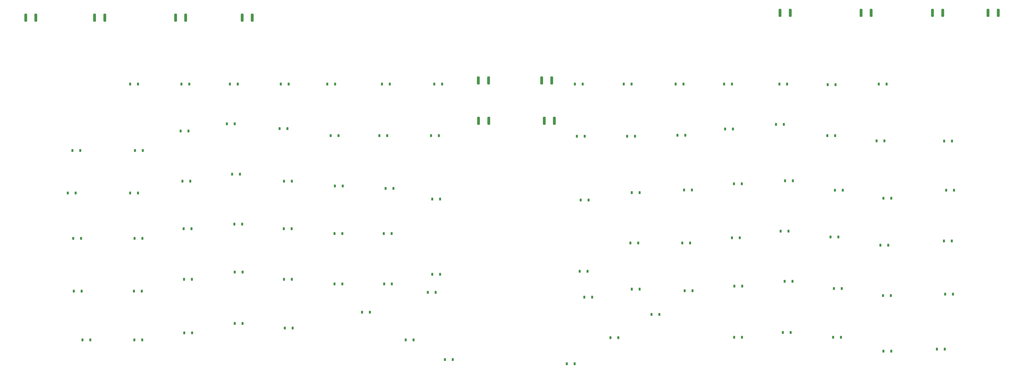
<source format=gbr>
%TF.GenerationSoftware,KiCad,Pcbnew,7.0.0-da2b9df05c~163~ubuntu22.04.1*%
%TF.CreationDate,2023-02-19T13:11:16+01:00*%
%TF.ProjectId,europe-ergo-smd,6575726f-7065-42d6-9572-676f2d736d64,rev?*%
%TF.SameCoordinates,Original*%
%TF.FileFunction,Paste,Top*%
%TF.FilePolarity,Positive*%
%FSLAX46Y46*%
G04 Gerber Fmt 4.6, Leading zero omitted, Abs format (unit mm)*
G04 Created by KiCad (PCBNEW 7.0.0-da2b9df05c~163~ubuntu22.04.1) date 2023-02-19 13:11:16*
%MOMM*%
%LPD*%
G01*
G04 APERTURE LIST*
G04 Aperture macros list*
%AMRoundRect*
0 Rectangle with rounded corners*
0 $1 Rounding radius*
0 $2 $3 $4 $5 $6 $7 $8 $9 X,Y pos of 4 corners*
0 Add a 4 corners polygon primitive as box body*
4,1,4,$2,$3,$4,$5,$6,$7,$8,$9,$2,$3,0*
0 Add four circle primitives for the rounded corners*
1,1,$1+$1,$2,$3*
1,1,$1+$1,$4,$5*
1,1,$1+$1,$6,$7*
1,1,$1+$1,$8,$9*
0 Add four rect primitives between the rounded corners*
20,1,$1+$1,$2,$3,$4,$5,0*
20,1,$1+$1,$4,$5,$6,$7,0*
20,1,$1+$1,$6,$7,$8,$9,0*
20,1,$1+$1,$8,$9,$2,$3,0*%
G04 Aperture macros list end*
%ADD10RoundRect,0.250000X-0.312500X-1.450000X0.312500X-1.450000X0.312500X1.450000X-0.312500X1.450000X0*%
%ADD11RoundRect,0.250000X0.312500X1.450000X-0.312500X1.450000X-0.312500X-1.450000X0.312500X-1.450000X0*%
%ADD12RoundRect,0.225000X-0.225000X-0.375000X0.225000X-0.375000X0.225000X0.375000X-0.225000X0.375000X0*%
G04 APERTURE END LIST*
D10*
%TO.C,R12*%
X105782500Y-56000000D03*
X110057500Y-56000000D03*
%TD*%
%TO.C,R11*%
X296322500Y-82500000D03*
X300597500Y-82500000D03*
%TD*%
%TO.C,R10*%
X134782500Y-56000000D03*
X139057500Y-56000000D03*
%TD*%
%TO.C,R9*%
X296402500Y-99500000D03*
X300677500Y-99500000D03*
%TD*%
D11*
%TO.C,R8*%
X173137500Y-56000000D03*
X168862500Y-56000000D03*
%TD*%
%TO.C,R7*%
X201137500Y-56000000D03*
X196862500Y-56000000D03*
%TD*%
D10*
%TO.C,R6*%
X510872500Y-54000000D03*
X515147500Y-54000000D03*
%TD*%
D11*
%TO.C,R5*%
X327227500Y-82500000D03*
X322952500Y-82500000D03*
%TD*%
%TO.C,R4*%
X491767500Y-54000000D03*
X487492500Y-54000000D03*
%TD*%
%TO.C,R3*%
X328307500Y-99500000D03*
X324032500Y-99500000D03*
%TD*%
%TO.C,R2*%
X461687500Y-54000000D03*
X457412500Y-54000000D03*
%TD*%
D10*
%TO.C,R1*%
X423332500Y-54000000D03*
X427607500Y-54000000D03*
%TD*%
D12*
%TO.C,D102*%
X149730000Y-84000000D03*
X153030000Y-84000000D03*
%TD*%
%TO.C,D101*%
X123450000Y-130000000D03*
X126750000Y-130000000D03*
%TD*%
%TO.C,D100*%
X125460000Y-112000000D03*
X128760000Y-112000000D03*
%TD*%
%TO.C,D99*%
X126050000Y-171380000D03*
X129350000Y-171380000D03*
%TD*%
%TO.C,D98*%
X125760000Y-149100000D03*
X129060000Y-149100000D03*
%TD*%
%TO.C,D97*%
X129710000Y-192000000D03*
X133010000Y-192000000D03*
%TD*%
%TO.C,D96*%
X171350000Y-84000000D03*
X174650000Y-84000000D03*
%TD*%
%TO.C,D95*%
X151310000Y-171380000D03*
X154610000Y-171380000D03*
%TD*%
%TO.C,D94*%
X151570000Y-149100000D03*
X154870000Y-149100000D03*
%TD*%
%TO.C,D93*%
X149750000Y-130000000D03*
X153050000Y-130000000D03*
%TD*%
%TO.C,D92*%
X151730000Y-112000000D03*
X155030000Y-112000000D03*
%TD*%
%TO.C,D91*%
X151540000Y-192000000D03*
X154840000Y-192000000D03*
%TD*%
%TO.C,D90*%
X191750000Y-84000000D03*
X195050000Y-84000000D03*
%TD*%
%TO.C,D89*%
X172460000Y-166380000D03*
X175760000Y-166380000D03*
%TD*%
%TO.C,D88*%
X171760000Y-125000000D03*
X175060000Y-125000000D03*
%TD*%
%TO.C,D87*%
X170970000Y-103800000D03*
X174270000Y-103800000D03*
%TD*%
%TO.C,D86*%
X172550000Y-189000000D03*
X175850000Y-189000000D03*
%TD*%
%TO.C,D85*%
X172250000Y-145100000D03*
X175550000Y-145100000D03*
%TD*%
%TO.C,D84*%
X213150000Y-84000000D03*
X216450000Y-84000000D03*
%TD*%
%TO.C,D83*%
X193730000Y-185000000D03*
X197030000Y-185000000D03*
%TD*%
%TO.C,D82*%
X193770000Y-163380000D03*
X197070000Y-163380000D03*
%TD*%
%TO.C,D81*%
X193580000Y-143100000D03*
X196880000Y-143100000D03*
%TD*%
%TO.C,D80*%
X192700000Y-122000000D03*
X196000000Y-122000000D03*
%TD*%
%TO.C,D79*%
X190430000Y-100800000D03*
X193730000Y-100800000D03*
%TD*%
%TO.C,D78*%
X232730000Y-84000000D03*
X236030000Y-84000000D03*
%TD*%
%TO.C,D77*%
X214490000Y-125000000D03*
X217790000Y-125000000D03*
%TD*%
%TO.C,D76*%
X214850000Y-187000000D03*
X218150000Y-187000000D03*
%TD*%
%TO.C,D75*%
X214540000Y-166380000D03*
X217840000Y-166380000D03*
%TD*%
%TO.C,D74*%
X214460000Y-145100000D03*
X217760000Y-145100000D03*
%TD*%
%TO.C,D73*%
X212650000Y-102800000D03*
X215950000Y-102800000D03*
%TD*%
%TO.C,D72*%
X255730000Y-84000000D03*
X259030000Y-84000000D03*
%TD*%
%TO.C,D71*%
X235730000Y-168380000D03*
X239030000Y-168380000D03*
%TD*%
%TO.C,D70*%
X235740000Y-147100000D03*
X239040000Y-147100000D03*
%TD*%
%TO.C,D69*%
X235890000Y-127000000D03*
X239190000Y-127000000D03*
%TD*%
%TO.C,D68*%
X234150000Y-105800000D03*
X237450000Y-105800000D03*
%TD*%
%TO.C,D67*%
X247350000Y-180250000D03*
X250650000Y-180250000D03*
%TD*%
%TO.C,D66*%
X277730000Y-84000000D03*
X281030000Y-84000000D03*
%TD*%
%TO.C,D65*%
X256630000Y-168380000D03*
X259930000Y-168380000D03*
%TD*%
%TO.C,D64*%
X254630000Y-105800000D03*
X257930000Y-105800000D03*
%TD*%
%TO.C,D63*%
X256540000Y-147100000D03*
X259840000Y-147100000D03*
%TD*%
%TO.C,D62*%
X257270000Y-128000000D03*
X260570000Y-128000000D03*
%TD*%
%TO.C,D61*%
X265730000Y-192000000D03*
X269030000Y-192000000D03*
%TD*%
%TO.C,D60*%
X276430000Y-105800000D03*
X279730000Y-105800000D03*
%TD*%
%TO.C,D59*%
X276910000Y-132540000D03*
X280210000Y-132540000D03*
%TD*%
%TO.C,D58*%
X276870000Y-164280000D03*
X280170000Y-164280000D03*
%TD*%
%TO.C,D57*%
X275010000Y-171880000D03*
X278310000Y-171880000D03*
%TD*%
%TO.C,D56*%
X282239600Y-200284700D03*
X285539600Y-200284700D03*
%TD*%
%TO.C,D47*%
X333540000Y-202000000D03*
X336840000Y-202000000D03*
%TD*%
%TO.C,D46*%
X340910000Y-173970600D03*
X344210000Y-173970600D03*
%TD*%
%TO.C,D45*%
X338990000Y-163000000D03*
X342290000Y-163000000D03*
%TD*%
%TO.C,D44*%
X351900000Y-191000000D03*
X355200000Y-191000000D03*
%TD*%
%TO.C,D43*%
X339350000Y-132920000D03*
X342650000Y-132920000D03*
%TD*%
%TO.C,D42*%
X337760000Y-106005000D03*
X341060000Y-106005000D03*
%TD*%
%TO.C,D41*%
X360280000Y-151040000D03*
X363580000Y-151040000D03*
%TD*%
%TO.C,D40*%
X360900000Y-129840000D03*
X364200000Y-129840000D03*
%TD*%
%TO.C,D39*%
X360870000Y-170525000D03*
X364170000Y-170525000D03*
%TD*%
%TO.C,D38*%
X358910000Y-106005000D03*
X362210000Y-106005000D03*
%TD*%
%TO.C,D37*%
X336900000Y-84000000D03*
X340200000Y-84000000D03*
%TD*%
%TO.C,D36*%
X369210000Y-181240000D03*
X372510000Y-181240000D03*
%TD*%
%TO.C,D35*%
X383150000Y-171260000D03*
X386450000Y-171260000D03*
%TD*%
%TO.C,D34*%
X382150000Y-151040000D03*
X385450000Y-151040000D03*
%TD*%
%TO.C,D33*%
X382870000Y-128700000D03*
X386170000Y-128700000D03*
%TD*%
%TO.C,D32*%
X380110000Y-105565000D03*
X383410000Y-105565000D03*
%TD*%
%TO.C,D31*%
X357540000Y-84000000D03*
X360840000Y-84000000D03*
%TD*%
%TO.C,D30*%
X403970000Y-190840000D03*
X407270000Y-190840000D03*
%TD*%
%TO.C,D29*%
X404070000Y-169260000D03*
X407370000Y-169260000D03*
%TD*%
%TO.C,D28*%
X403060000Y-148840000D03*
X406360000Y-148840000D03*
%TD*%
%TO.C,D27*%
X400210000Y-102965000D03*
X403510000Y-102965000D03*
%TD*%
%TO.C,D26*%
X403870000Y-126100000D03*
X407170000Y-126100000D03*
%TD*%
%TO.C,D25*%
X379350000Y-84000000D03*
X382650000Y-84000000D03*
%TD*%
%TO.C,D24*%
X424520000Y-188840000D03*
X427820000Y-188840000D03*
%TD*%
%TO.C,D23*%
X425210000Y-167260000D03*
X428510000Y-167260000D03*
%TD*%
%TO.C,D22*%
X423550000Y-146040000D03*
X426850000Y-146040000D03*
%TD*%
%TO.C,D21*%
X425450000Y-124840000D03*
X428750000Y-124840000D03*
%TD*%
%TO.C,D20*%
X421610000Y-101005000D03*
X424910000Y-101005000D03*
%TD*%
%TO.C,D19*%
X399740000Y-84000000D03*
X403040000Y-84000000D03*
%TD*%
%TO.C,D18*%
X445640000Y-190840000D03*
X448940000Y-190840000D03*
%TD*%
%TO.C,D17*%
X444540000Y-148565000D03*
X447840000Y-148565000D03*
%TD*%
%TO.C,D16*%
X445970000Y-170260000D03*
X449270000Y-170260000D03*
%TD*%
%TO.C,D15*%
X446370000Y-128840000D03*
X449670000Y-128840000D03*
%TD*%
%TO.C,D14*%
X443210000Y-105740000D03*
X446510000Y-105740000D03*
%TD*%
%TO.C,D13*%
X423000000Y-84000000D03*
X426300000Y-84000000D03*
%TD*%
%TO.C,D12*%
X466840000Y-196700000D03*
X470140000Y-196700000D03*
%TD*%
%TO.C,D11*%
X466670000Y-173220000D03*
X469970000Y-173220000D03*
%TD*%
%TO.C,D10*%
X465540000Y-152040000D03*
X468840000Y-152040000D03*
%TD*%
%TO.C,D9*%
X466850000Y-132200000D03*
X470150000Y-132200000D03*
%TD*%
%TO.C,D8*%
X463910000Y-108005000D03*
X467210000Y-108005000D03*
%TD*%
%TO.C,D7*%
X443400000Y-84260000D03*
X446700000Y-84260000D03*
%TD*%
%TO.C,D6*%
X489320000Y-195840000D03*
X492620000Y-195840000D03*
%TD*%
%TO.C,D5*%
X492825000Y-172660000D03*
X496125000Y-172660000D03*
%TD*%
%TO.C,D4*%
X492295000Y-150205000D03*
X495595000Y-150205000D03*
%TD*%
%TO.C,D3*%
X493205000Y-128800000D03*
X496505000Y-128800000D03*
%TD*%
%TO.C,D2*%
X492395000Y-108065000D03*
X495695000Y-108065000D03*
%TD*%
%TO.C,D1*%
X464870000Y-84000000D03*
X468170000Y-84000000D03*
%TD*%
M02*

</source>
